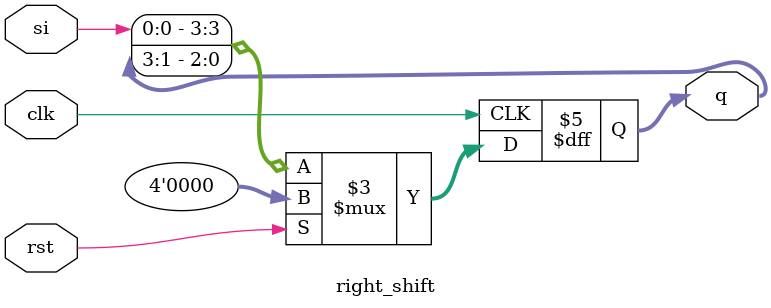
<source format=v>
module right_shift (rst, clk, si, q);
  input rst, clk, si;
  output reg [3:0] q;
  always @(posedge clk)
    if (rst)
      q <= 4'b0000;
    else
      q <= {si, q[3:1]};
endmodule
</source>
